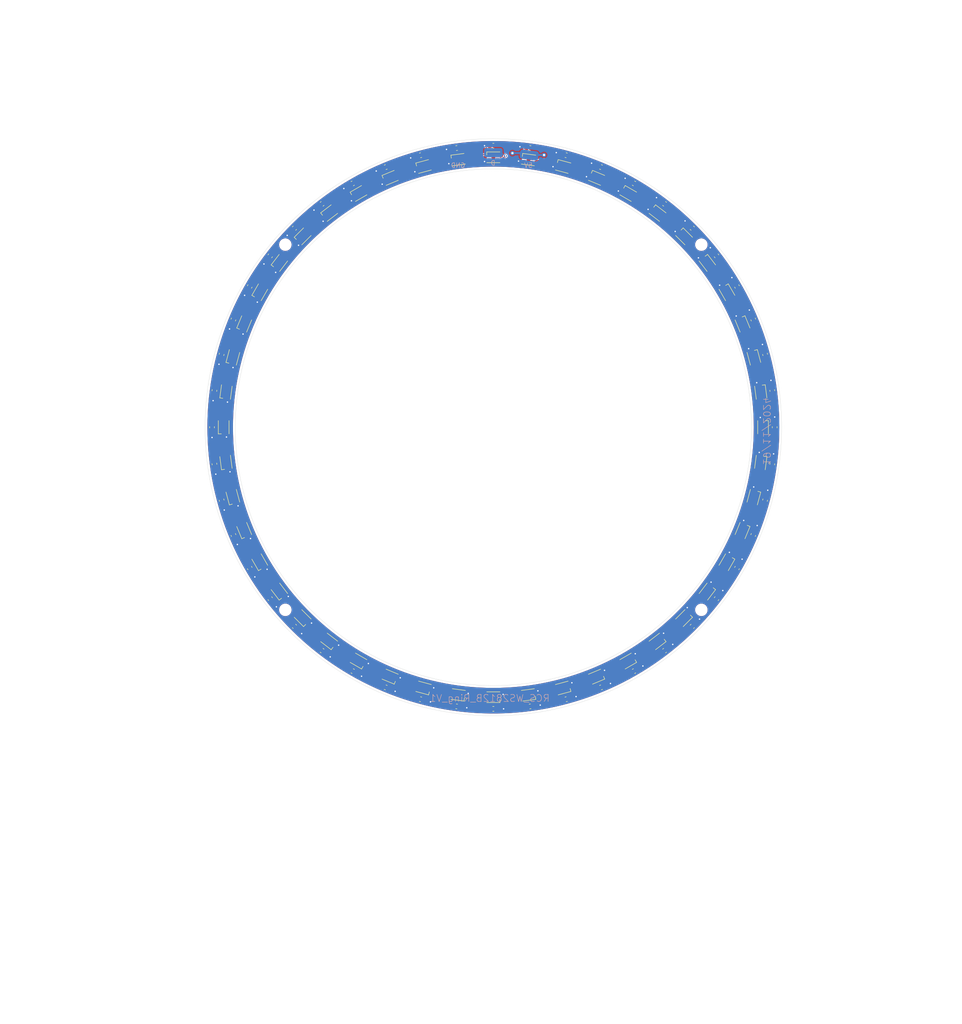
<source format=kicad_pcb>
(kicad_pcb (version 20240108) (generator "pcbnew") (generator_version "8.0")
  (layers (0 "F.Cu" signal) (31 "B.Cu" signal) (34 "B.Paste" user) (35 "F.Paste" user) (36 "B.SilkS" user "B.Silkscreen") (37 "F.SilkS" user "F.Silkscreen") (38 "B.Mask" user) (39 "F.Mask" user) (44 "Edge.Cuts" user))
  (net 0 "")
  (net 1 "GND")
  (net 2 "5V")
  (net 3 "Net-(D1-DOUT)")
  (net 4 "Net-(D1-DIN)")
  (net 5 "Net-(D2-DOUT)")
  (net 6 "Net-(D6-DOUT)")
  (net 7 "Net-(D7-DOUT)")
  (net 8 "Net-(D3-DOUT)")
  (net 9 "Net-(D8-DOUT)")
  (net 10 "Net-(D4-DOUT)")
  (net 11 "Net-(D5-DOUT)")
  (net 12 "Net-(D10-DIN)")
  (net 13 "Net-(D45-DOUT)")
  (net 14 "Net-(D46-DOUT)")
  (net 15 "Net-(D47-DOUT)")
  (net 16 "Net-(D10-DOUT)")
  (net 17 "Net-(D11-DOUT)")
  (net 18 "Net-(D12-DOUT)")
  (net 19 "Net-(D13-DOUT)")
  (net 20 "Net-(D14-DOUT)")
  (net 21 "Net-(D15-DOUT)")
  (net 22 "Net-(D16-DOUT)")
  (net 23 "Net-(D17-DOUT)")
  (net 24 "Net-(D18-DOUT)")
  (net 25 "Net-(D19-DOUT)")
  (net 26 "Net-(D20-DOUT)")
  (net 27 "Net-(D21-DOUT)")
  (net 28 "Net-(D22-DOUT)")
  (net 29 "Net-(D23-DOUT)")
  (net 30 "Net-(D24-DOUT)")
  (net 31 "Net-(D25-DOUT)")
  (net 32 "Net-(D26-DOUT)")
  (net 33 "Net-(D27-DOUT)")
  (net 34 "Net-(D28-DOUT)")
  (net 35 "Net-(D29-DOUT)")
  (net 36 "Net-(D30-DOUT)")
  (net 37 "Net-(D31-DOUT)")
  (net 38 "Net-(D32-DOUT)")
  (net 39 "Net-(D33-DOUT)")
  (net 40 "Net-(D34-DOUT)")
  (net 41 "Net-(D35-DOUT)")
  (net 42 "Net-(D36-DOUT)")
  (net 43 "Net-(D37-DOUT)")
  (net 44 "Net-(D38-DOUT)")
  (net 45 "Net-(D39-DOUT)")
  (net 46 "Net-(D40-DOUT)")
  (net 47 "Net-(D41-DOUT)")
  (net 48 "Net-(D42-DOUT)")
  (net 49 "Net-(D43-DOUT)")
  (net 50 "Net-(D44-DOUT)")
  (footprint "LED_SMD:LED_WS2812B-2020_PLCC4_2.0x2.0mm" (layer "F.Cu") (at -41.012193 -41.012193 45)
    (property "Reference" "D7" (hide yes))
    (property "Value" "WS2812B-2020")
  )
  (footprint "LED_SMD:LED_WS2812B-2020_PLCC4_2.0x2.0mm" (layer "F.Cu") (at 41.012193 41.012193 -135)
    (property "Reference" "D31" (hide yes))
    (property "Value" "WS2812B-2020")
  )
  (footprint "LED_SMD:LED_WS2812B-2020_PLCC4_2.0x2.0mm" (layer "F.Cu") (at 7.570519 57.503801 -172.5)
    (property "Reference" "D26" (hide yes))
    (property "Value" "WS2812B-2020")
  )
  (footprint "Capacitor_SMD:C_0603_1608Metric" (layer "F.Cu") (at 47.997877 36.830066 52.5)
    (property "Reference" "C32" (hide yes))
    (property "Value" "100n" (hide yes))
  )
  (footprint "LED_SMD:LED_WS2812B-2020_PLCC4_2.0x2.0mm" (layer "F.Cu") (at -56.023697 -15.011504 75)
    (property "Reference" "D11" (hide yes))
    (property "Value" "WS2812B-2020")
  )
  (footprint "LED_SMD:LED_WS2812B-2020_PLCC4_2.0x2.0mm" (layer "F.Cu") (at -57.503801 -7.570519 82.5)
    (property "Reference" "D12" (hide yes))
    (property "Value" "WS2812B-2020")
  )
  (footprint "LED_SMD:LED_WS2812B-2020_PLCC4_2.0x2.0mm" (layer "F.Cu") (at 29 -50.229473 -30)
    (property "Reference" "D45" (hide yes))
    (property "Value" "WS2812B-2020")
  )
  (footprint "Capacitor_SMD:C_0603_1608Metric" (layer "F.Cu") (at 7.896834 -59.982414 172.5)
    (property "Reference" "C48" (hide yes))
    (property "Value" "100n" (hide yes))
  )
  (footprint "LC_CustomFootprint:M2_NPTH_Hole" (layer "F.Cu") (at 44.734469 -39.231076)
    (property "Reference" "REF**" (hide yes))
    (property "Value" "M2_NPTH_Hole" (hide yes))
  )
  (footprint "Capacitor_SMD:C_0603_1608Metric" (layer "F.Cu") (at -55.894711 23.152347 -67.5)
    (property "Reference" "C16" (hide yes))
    (property "Value" "100n" (hide yes))
  )
  (footprint "Capacitor_SMD:C_0603_1608Metric" (layer "F.Cu") (at -58.438512 15.658552 -75)
    (property "Reference" "C15" (hide yes))
    (property "Value" "100n" (hide yes))
  )
  (footprint "LED_SMD:LED_WS2812B-2020_PLCC4_2.0x2.0mm" (layer "F.Cu") (at -15.011504 -56.023697 15)
    (property "Reference" "D3" (hide yes))
    (property "Value" "WS2812B-2020")
  )
  (footprint "Capacitor_SMD:C_0603_1608Metric" (layer "F.Cu") (at 15.658552 -58.438512 165)
    (property "Reference" "C47" (hide yes))
    (property "Value" "100n" (hide yes))
  )
  (footprint "Capacitor_SMD:C_0603_1608Metric" (layer "F.Cu") (at -52.394536 30.249999 -60)
    (property "Reference" "C17" (hide yes))
    (property "Value" "100n" (hide yes))
  )
  (footprint "LED_SMD:LED_WS2812B-2020_PLCC4_2.0x2.0mm" (layer "F.Cu") (at -22.195639 -53.585012 22.5)
    (property "Reference" "D4" (hide yes))
    (property "Value" "WS2812B-2020")
  )
  (footprint "LED_SMD:LED_WS2812B-2020_PLCC4_2.0x2.0mm" (layer "F.Cu") (at -28.999999 50.229473 150)
    (property "Reference" "D21" (hide yes))
    (property "Value" "WS2812B-2020")
  )
  (footprint "Capacitor_SMD:C_0603_1608Metric" (layer "F.Cu") (at -15.658552 58.438512 -15)
    (property "Reference" "C23" (hide yes))
    (property "Value" "100n" (hide yes))
  )
  (footprint "Capacitor_SMD:C_0603_1608Metric" (layer "F.Cu") (at 52.394536 30.25 60)
    (property "Reference" "C33" (hide yes))
    (property "Value" "100n" (hide yes))
  )
  (footprint "LED_SMD:LED_WS2812B-2020_PLCC4_2.0x2.0mm" (layer "F.Cu") (at -53.585012 -22.195639 67.5)
    (property "Reference" "D10" (hide yes))
    (property "Value" "WS2812B-2020")
  )
  (footprint "LED_SMD:LED_WS2812B-2020_PLCC4_2.0x2.0mm" (layer "F.Cu") (at 7.570519 -57.503801 -7.5)
    (property "Reference" "D48" (hide yes))
    (property "Value" "WS2812B-2020")
  )
  (footprint "Capacitor_SMD:C_0603_1608Metric" (layer "F.Cu") (at 42.77996 42.77996 45)
    (property "Reference" "C31" (hide yes))
    (property "Value" "100n" (hide yes))
  )
  (footprint "Capacitor_SMD:C_0603_1608Metric" (layer "F.Cu") (at 58.438512 15.658552 75)
    (property "Reference" "C35" (hide yes))
    (property "Value" "100n" (hide yes))
  )
  (footprint "LED_SMD:LED_WS2812B-2020_PLCC4_2.0x2.0mm" (layer "F.Cu") (at 57.503801 -7.570519 -82.5)
    (property "Reference" "D38" (hide yes))
    (property "Value" "WS2812B-2020")
  )
  (footprint "Capacitor_SMD:C_0603_1608Metric" (layer "F.Cu") (at 30.25 -52.394536 150)
    (property "Reference" "C45" (hide yes))
    (property "Value" "100n" (hide yes))
  )
  (footprint "LED_SMD:LED_WS2812B-2020_PLCC4_2.0x2.0mm" (layer "F.Cu") (at -53.585012 22.195639 112.5)
    (property "Reference" "D16" (hide yes))
    (property "Value" "WS2812B-2020")
  )
  (footprint "LED_SMD:LED_WS2812B-2020_PLCC4_2.0x2.0mm" (layer "F.Cu") (at -35.308162 46.014493 142.5)
    (property "Reference" "D20" (hide yes))
    (property "Value" "WS2812B-2020")
  )
  (footprint "LED_SMD:LED_WS2812B-2020_PLCC4_2.0x2.0mm" (layer "F.Cu") (at 41.012193 -41.012193 -45)
    (property "Reference" "D43" (hide yes))
    (property "Value" "WS2812B-2020")
  )
  (footprint "Capacitor_SMD:C_0603_1608Metric" (layer "F.Cu") (at 59.982414 -7.896834 97.5)
    (property "Reference" "C38" (hide yes))
    (property "Value" "100n" (hide yes))
  )
  (footprint "LED_SMD:LED_WS2812B-2020_PLCC4_2.0x2.0mm" (layer "F.Cu") (at 22.195639 53.585012 -157.5)
    (property "Reference" "D28" (hide yes))
    (property "Value" "WS2812B-2020")
  )
  (footprint "LED_SMD:LED_WS2812B-2020_PLCC4_2.0x2.0mm" (layer "F.Cu") (at -57.503801 7.570519 97.5)
    (property "Reference" "D14" (hide yes))
    (property "Value" "WS2812B-2020")
  )
  (footprint "LED_SMD:LED_WS2812B-2020_PLCC4_2.0x2.0mm" (layer "F.Cu") (at -7.570519 57.503801 172.5)
    (property "Reference" "D24" (hide yes))
    (property "Value" "WS2812B-2020")
  )
  (footprint "Capacitor_SMD:C_0603_1608Metric" (layer "F.Cu") (at -23.152347 -55.894711 -157.5)
    (property "Reference" "C4" (hide yes))
    (property "Value" "100n" (hide yes))
  )
  (footprint "Capacitor_SMD:C_0603_1608Metric" (layer "F.Cu") (at 23.152347 -55.894711 157.5)
    (property "Reference" "C46" (hide yes))
    (property "Value" "100n" (hide yes))
  )
  (footprint "LED_SMD:LED_WS2812B-2020_PLCC4_2.0x2.0mm" (layer "F.Cu") (at 29 50.229473 -150)
    (property "Reference" "D29" (hide yes))
    (property "Value" "WS2812B-2020")
  )
  (footprint "Capacitor_SMD:C_0603_1608Metric" (layer "F.Cu") (at 55.894711 -23.152347 112.5)
    (property "Reference" "C40" (hide yes))
    (property "Value" "100n" (hide yes))
  )
  (footprint "LED_SMD:LED_WS2812B-2020_PLCC4_2.0x2.0mm" (layer "F.Cu") (at -46.014493 35.308162 127.5)
    (property "Reference" "D18" (hide yes))
    (property "Value" "WS2812B-2020")
  )
  (footprint "Capacitor_SMD:C_0603_1608Metric" (layer "F.Cu") (at 15.658552 58.438512 15)
    (property "Reference" "C27" (hide yes))
    (property "Value" "100n" (hide yes))
  )
  (footprint "LC_CustomFootprint:M2_NPTH_Hole" (layer "F.Cu") (at -44.734469 -39.231076)
    (property "Reference" "REF**" (hide yes))
    (property "Value" "M2_NPTH_Hole" (hide yes))
  )
  (footprint "LED_SMD:LED_WS2812B-2020_PLCC4_2.0x2.0mm" (layer "F.Cu") (at 56.023697 15.011504 -105)
    (property "Reference" "D35" (hide yes))
    (property "Value" "WS2812B-2020")
  )
  (footprint "Capacitor_SMD:C_0603_1608Metric" (layer "F.Cu") (at 42.77996 -42.77996 135)
    (property "Reference" "C43" (hide yes))
    (property "Value" "100n" (hide yes))
  )
  (footprint "Capacitor_SMD:C_0603_1608Metric" (layer "F.Cu") (at 36.830066 -47.997877 142.5)
    (property "Reference" "C44" (hide yes))
    (property "Value" "100n" (hide yes))
  )
  (footprint "Capacitor_SMD:C_0603_1608Metric" (layer "F.Cu") (at -42.77996 -42.77996 -135)
    (property "Reference" "C7" (hide yes))
    (property "Value" "100n" (hide yes))
  )
  (footprint "LED_SMD:LED_WS2812B-2020_PLCC4_2.0x2.0mm" (layer "F.Cu") (at 15.011504 56.023697 -165)
    (property "Reference" "D27" (hide yes))
    (property "Value" "WS2812B-2020")
  )
  (footprint "Capacitor_SMD:C_0603_1608Metric" (layer "F.Cu") (at -52.394536 -30.25 -120)
    (property "Reference" "C9" (hide yes))
    (property "Value" "100n" (hide yes))
  )
  (footprint "LED_SMD:LED_WS2812B-2020_PLCC4_2.0x2.0mm" (layer "F.Cu") (at -56.023697 15.011504 105)
    (property "Reference" "D15" (hide yes))
    (property "Value" "WS2812B-2020")
  )
  (footprint "Capacitor_SMD:C_0603_1608Metric" (layer "F.Cu") (at -59.982414 7.896834 -82.5)
    (property "Reference" "C14" (hide yes))
    (property "Value" "100n" (hide yes))
  )
  (footprint "LED_SMD:LED_WS2812B-2020_PLCC4_2.0x2.0mm" (layer "F.Cu") (at 0 58 180)
    (property "Reference" "D25" (hide yes))
    (property "Value" "WS2812B-2020")
  )
  (footprint "LED_SMD:LED_WS2812B-2020_PLCC4_2.0x2.0mm" (layer "F.Cu") (at 22.195639 -53.585012 -22.5)
    (property "Reference" "D46" (hide yes))
    (property "Value" "WS2812B-2020")
  )
  (footprint "Capacitor_SMD:C_0603_1608Metric" (layer "F.Cu") (at -23.152347 55.894711 -22.5)
    (property "Reference" "C22" (hide yes))
    (property "Value" "100n" (hide yes))
  )
  (footprint "Capacitor_SMD:C_0603_1608Metric" (layer "F.Cu") (at 23.152347 55.894711 22.5)
    (property "Reference" "C28" (hide yes))
    (property "Value" "100n" (hide yes))
  )
  (footprint "Capacitor_SMD:C_0603_1608Metric" (layer "F.Cu") (at -58.438512 -15.658552 -105)
    (property "Reference" "C11" (hide yes))
    (property "Value" "100n" (hide yes))
  )
  (footprint "LED_SMD:LED_WS2812B-2020_PLCC4_2.0x2.0mm" (layer "F.Cu") (at 50.229473 29 -120)
    (property "Reference" "D33" (hide yes))
    (property "Value" "WS2812B-2020")
  )
  (footprint "Capacitor_SMD:C_0603_1608Metric" (layer "F.Cu") (at 52.394536 -30.25 120)
    (property "Reference" "C41" (hide yes))
    (property "Value" "100n" (hide yes))
  )
  (footprint "Capacitor_SMD:C_0603_1608Metric" (layer "F.Cu") (at -36.830066 -47.997877 -142.5)
    (property "Reference" "C6" (hide yes))
    (property "Value" "100n" (hide yes))
  )
  (footprint "LED_SMD:LED_WS2812B-2020_PLCC4_2.0x2.0mm" (layer "F.Cu") (at -15.011504 56.023697 165)
    (property "Reference" "D23" (hide yes))
    (property "Value" "WS2812B-2020")
  )
  (footprint "LED_SMD:LED_WS2812B-2020_PLCC4_2.0x2.0mm" (layer "F.Cu") (at -28.999999 -50.229473 30)
    (property "Reference" "D5" (hide yes))
    (property "Value" "WS2812B-2020")
  )
  (footprint "LED_SMD:LED_WS2812B-2020_PLCC4_2.0x2.0mm" (layer "F.Cu") (at -22.195639 53.585012 157.5)
    (property "Reference" "D22" (hide yes))
    (property "Value" "WS2812B-2020")
  )
  (footprint "Capacitor_SMD:C_0603_1608Metric" (layer "F.Cu") (at 0 -60.5 180)
    (property "Reference" "C1" (hide yes))
    (property "Value" "100n" (hide yes))
  )
  (footprint "Capacitor_SMD:C_0603_1608Metric" (layer "F.Cu") (at -59.982414 -7.896834 -97.5)
    (property "Reference" "C12" (hide yes))
    (property "Value" "100n" (hide yes))
  )
  (footprint "Capacitor_SMD:C_0603_1608Metric" (layer "F.Cu") (at 55.894711 23.152347 67.5)
    (property "Reference" "C34" (hide yes))
    (property "Value" "100n" (hide yes))
  )
  (footprint "Capacitor_SMD:C_0603_1608Metric" (layer "F.Cu") (at 0 60.5)
    (property "Reference" "C25" (hide yes))
    (property "Value" "100n" (hide yes))
  )
  (footprint "LED_SMD:LED_WS2812B-2020_PLCC4_2.0x2.0mm" (layer "F.Cu") (at -58 0 90)
    (property "Reference" "D13" (hide yes))
    (property "Value" "WS2812B-2020")
  )
  (footprint "LED_SMD:LED_WS2812B-2020_PLCC4_2.0x2.0mm" (layer "F.Cu") (at -50.229473 -29 60)
    (property "Reference" "D9" (hide yes))
    (property "Value" "WS2812B-2020")
  )
  (footprint "Capacitor_SMD:C_0603_1608Metric" (layer "F.Cu") (at -47.997877 -36.830066 -127.5)
    (property "Reference" "C8" (hide yes))
    (property "Value" "100n" (hide yes))
  )
  (footprint "Capacitor_SMD:C_0603_1608Metric" (layer "F.Cu") (at -47.997877 36.830066 -52.5)
    (property "Reference" "C18" (hide yes))
    (property "Value" "100n" (hide yes))
  )
  (footprint "LED_SMD:LED_WS2812B-2020_PLCC4_2.0x2.0mm" (layer "F.Cu") (at 58 0 -90)
    (property "Reference" "D37" (hide yes))
    (property "Value" "WS2812B-2020")
  )
  (footprint "Capacitor_SMD:C_0603_1608Metric" (layer "F.Cu") (at 36.830066 47.997877 37.5)
    (property "Reference" "C30" (hide yes))
    (property "Value" "100n" (hide yes))
  )
  (footprint "LED_SMD:LED_WS2812B-2020_PLCC4_2.0x2.0mm" (layer "F.Cu") (at 0 -58)
    (property "Reference" "D1" (hide yes))
    (property "Value" "WS2812B-2020")
  )
  (footprint "LED_SMD:LED_WS2812B-2020_PLCC4_2.0x2.0mm" (layer "F.Cu") (at 53.585012 -22.195639 -67.5)
    (property "Reference" "D40" (hide yes))
    (property "Value" "WS2812B-2020")
  )
  (footprint "LED_SMD:LED_WS2812B-2020_PLCC4_2.0x2.0mm" (layer "F.Cu") (at -7.570519 -57.503801 7.5)
    (property "Reference" "D2" (hide yes))
    (property "Value" "WS2812B-2020")
  )
  (footprint "LED_SMD:LED_WS2812B-2020_PLCC4_2.0x2.0mm" (layer "F.Cu") (at -35.308162 -46.014493 37.5)
    (property "Reference" "D6" (hide yes))
    (property "Value" "WS2812B-2020")
  )
  (footprint "Capacitor_SMD:C_0603_1608Metric" (layer "F.Cu") (at -30.249999 52.394536 -30)
    (property "Reference" "C21" (hide yes))
    (property "Value" "100n" (hide yes))
  )
  (footprint "Capacitor_SMD:C_0603_1608Metric" (layer "F.Cu") (at 59.982414 7.896834 82.5)
    (property "Reference" "C36" (hide yes))
    (property "Value" "100n" (hide yes))
  )
  (footprint "Capacitor_SMD:C_0603_1608Metric" (layer "F.Cu") (at -60.5 0 -90)
    (property "Reference" "C13" (hide yes))
    (property "Value" "100n" (hide yes))
  )
  (footprint "Capacitor_SMD:C_0603_1608Metric" (layer "F.Cu") (at -7.896834 -59.982414 -172.5)
    (property "Reference" "C2" (hide yes))
    (property "Value" "100n" (hide yes))
  )
  (footprint "LED_SMD:LED_WS2812B-2020_PLCC4_2.0x2.0mm" (layer "F.Cu") (at -50.229473 28.999999 120)
    (property "Reference" "D17" (hide yes))
    (property "Value" "WS2812B-2020")
  )
  (footprint "Capacitor_SMD:C_0603_1608Metric" (layer "F.Cu") (at 30.25 52.394536 30)
    (property "Reference" "C29" (hide yes))
    (property "Value" "100n" (hide yes))
  )
  (footprint "Capacitor_SMD:C_0603_1608Metric" (layer "F.Cu") (at -55.894711 -23.152347 -112.5)
    (property "Reference" "C10" (hide yes))
    (property "Value" "100n" (hide yes))
  )
  (footprint "LED_SMD:LED_WS2812B-2020_PLCC4_2.0x2.0mm" (layer "F.Cu") (at 46.014493 -35.308162 -52.5)
    (property "Reference" "D42" (hide yes))
    (property "Value" "WS2812B-2020")
  )
  (footprint "LED_SMD:LED_WS2812B-2020_PLCC4_2.0x2.0mm" (layer "F.Cu") (at -41.012193 41.012193 135)
    (property "Reference" "D19" (hide yes))
    (property "Value" "WS2812B-2020")
  )
  (footprint "LED_SMD:LED_WS2812B-2020_PLCC4_2.0x2.0mm" (layer "F.Cu") (at 56.023697 -15.011504 -75)
    (property "Reference" "D39" (hide yes))
    (property "Value" "WS2812B-2020")
  )
  (footprint "Capacitor_SMD:C_0603_1608Metric" (layer "F.Cu") (at -15.658552 -58.438512 -165)
    (property "Reference" "C3" (hide yes))
    (property "Value" "100n" (hide yes))
  )
  (footprint "LED_SMD:LED_WS2812B-2020_PLCC4_2.0x2.0mm" (layer "F.Cu") (at 50.229473 -29 -60)
    (property "Reference" "D41" (hide yes))
    (property "Value" "WS2812B-2020")
  )
  (footprint "LED_SMD:LED_WS2812B-2020_PLCC4_2.0x2.0mm" (layer "F.Cu") (at 35.308162 46.014493 -142.5)
    (property "Reference" "D30" (hide yes))
    (property "Value" "WS2812B-2020")
  )
  (footprint "LED_SMD:LED_WS2812B-2020_PLCC4_2.0x2.0mm" (layer "F.Cu") (at -46.014493 -35.308162 52.5)
    (property "Reference" "D8" (hide yes))
    (property "Value" "WS2812B-2020")
  )
  (footprint "LC_CustomFootprint:M2_NPTH_Hole" (layer "F.Cu") (at 44.734469 39.231076)
    (property "Reference" "REF**" (hide yes))
    (property "Value" "M2_NPTH_Hole" (hide yes))
  )
  (footprint "Capacitor_SMD:C_0603_1608Metric" (layer "F.Cu") (at -30.249999 -52.394536 -150)
    (property "Reference" "C5" (hide yes))
    (property "Value" "100n" (hide yes))
  )
  (footprint "Capacitor_SMD:C_0603_1608Metric" (layer "F.Cu") (at -7.896834 59.982414 -7.5)
    (property "Reference" "C24" (hide yes))
    (property "Value" "100n" (hide yes))
  )
  (footprint "LC_CustomFootprint:M2_NPTH_Hole" (layer "F.Cu") (at -44.734469 39.231076)
    (property "Reference" "REF**" (hide yes))
    (property "Value" "M2_NPTH_Hole" (hide yes))
  )
  (footprint "LED_SMD:LED_WS2812B-2020_PLCC4_2.0x2.0mm" (layer "F.Cu") (at 57.503801 7.570519 -97.5)
    (property "Reference" "D36" (hide yes))
    (property "Value" "WS2812B-2020")
  )
  (footprint "Capacitor_SMD:C_0603_1608Metric" (layer "F.Cu") (at 60.5 0 90)
    (property "Reference" "C37" (hide yes))
    (property "Value" "100n" (hide yes))
  )
  (footprint "Capacitor_SMD:C_0603_1608Metric" (layer "F.Cu") (at -42.77996 42.77996 -45)
    (property "Reference" "C19" (hide yes))
    (property "Value" "100n" (hide yes))
  )
  (footprint "LED_SMD:LED_WS2812B-2020_PLCC4_2.0x2.0mm" (layer "F.Cu") (at 15.011504 -56.023697 -15)
    (property "Reference" "D47" (hide yes))
    (property "Value" "WS2812B-2020")
  )
  (footprint "Capacitor_SMD:C_0603_1608Metric" (layer "F.Cu") (at 58.438512 -15.658552 105)
    (property "Reference" "C39" (hide yes))
    (property "Value" "100n" (hide yes))
  )
  (footprint "LED_SMD:LED_WS2812B-2020_PLCC4_2.0x2.0mm" (layer "F.Cu") (at 53.585012 22.195639 -112.5)
    (property "Reference" "D34" (hide yes))
    (property "Value" "WS2812B-2020")
  )
  (footprint "LED_SMD:LED_WS2812B-2020_PLCC4_2.0x2.0mm" (layer "F.Cu") (at 35.308162 -46.014493 -37.5)
    (property "Reference" "D44" (hide yes))
    (property "Value" "WS2812B-2020")
  )
  (footprint "LED_SMD:LED_WS2812B-2020_PLCC4_2.0x2.0mm" (layer "F.Cu") (at 46.014493 35.308162 -127.5)
    (property "Reference" "D32" (hide yes))
    (property "Value" "WS2812B-2020")
  )
  (footprint "Capacitor_SMD:C_0603_1608Metric" (layer "F.Cu") (at 47.997877 -36.830066 127.5)
    (property "Reference" "C42" (hide yes))
    (property "Value" "100n" (hide yes))
  )
  (footprint "Capacitor_SMD:C_0603_1608Metric" (layer "F.Cu") (at 7.896834 59.982414 7.5)
    (property "Reference" "C26" (hide yes))
    (property "Value" "100n" (hide yes))
  )
  (footprint "Capacitor_SMD:C_0603_1608Metric" (layer "F.Cu") (at -36.830066 47.997877 -37.5)
    (property "Reference" "C20" (hide yes))
    (property "Value" "100n" (hide yes))
  )
  (footprint "LC_CustomFootprint:PAD_WS2812B_RING" (layer "B.Cu") (at 7.701045 -58.495247 -97.5)
    (property "Reference" "J2" (hide yes))
    (property "Value" "Conn_01x01_Pin" (hide yes))
  )
  (footprint "LC_CustomFootprint:PAD_WS2812B_RING" (layer "B.Cu") (at 0 -59 -90)
    (property "Reference" "J3" (hide yes))
    (property "Value" "Conn_01x01_Pin" (hide yes))
  )
  (footprint "LC_CustomFootprint:PAD_WS2812B_RING" (layer "B.Cu") (at -7.701045 -58.49525 -82.5)
    (property "Reference" "J1" (hide yes))
    (property "Value" "Conn_01x01_Pin" (hide yes))
  )
  (gr_circle (center 0 0) (end 55.5 0) (stroke (width 0.05)) (fill none) (layer "Edge.Cuts"))
  (gr_circle (center 0 0) (end 62 0) (stroke (width 0.05)) (fill none) (layer "Edge.Cuts"))
  (gr_text "5V" (at 8.5 -55.7 0) (layer "B.SilkS") (effects (font (size 1 1) (thickness 0.1)) (justify left bottom mirror)))
  (gr_text "D" (at 0.5 -56.2 0) (layer "B.SilkS") (effects (font (size 1 1) (thickness 0.1)) (justify left bottom mirror)))
  (gr_text "RCS_WS2812B_Ring_V1" (at 12.2 59.1 0) (layer "B.SilkS") (effects (font (size 1.5 1.5) (thickness 0.1)) (justify left bottom mirror)))
  (gr_text "GND" (at -6 -55.7 0) (layer "B.SilkS") (effects (font (size 1 1) (thickness 0.1)) (justify left bottom mirror)))
  (gr_text "19/11/2024" (at 57.9 8.2 270) (layer "B.SilkS") (effects (font (size 1.5 1.5) (thickness 0.1)) (justify left bottom mirror)))
  (segment (start 52.726724 -22.830513) (end 52.319438 -23.813789) (width 0.2) (layer "F.Cu") (net 1))
  (segment (start 8.405902 56.839076) (end 9.461087 56.700158) (width 0.2) (layer "F.Cu") (net 1))
  (segment (start 23.868355 55.598133) (end 25.184881 55.05281) (width 0.2) (layer "F.Cu") (net 1))
  (segment (start 56.839076 -8.405902) (end 56.700158 -9.461087) (width 0.2) (layer "F.Cu") (net 1))
  (segment (start -59.881257 8.665205) (end -59.695257 10.078012) (width 0.2) (layer "F.Cu") (net 1))
  (segment (start -57.077939 -6.591558) (end -57.216857 -5.536373) (width 0.2) (layer "F.Cu") (net 1))
  (segment (start -42.231953 43.327969) (end -41.224327 44.335595) (width 0.2) (layer "F.Cu") (net 1))
  (segment (start -46.135166 -34.247426) (end -46.783065 -33.403068) (width 0.2) (layer "F.Cu") (net 1))
  (segment (start -58.237929 16.407145) (end -57.869112 17.783587) (width 0.2) (layer "F.Cu") (net 1))
  (segment (start 29.578831 -52.782038) (end 28.344747 -53.494537) (width 0.2) (layer "F.Cu") (net 1))
  (segment (start 35.699262 45.021133) (end 36.54362 44.373234) (width 0.2) (layer "F.Cu") (net 1))
  (segment (start 30.92117 52.007038) (end 32.155254 51.294539) (width 0.2) (layer "F.Cu") (net 1))
  (segment (start -8.405902 -56.839076) (end -9.461087 -56.700158) (width 0.2) (layer "F.Cu") (net 1))
  (segment (start 42.231953 -43.327969) (end 41.224327 -44.335595) (width 0.2) (layer "F.Cu") (net 1))
  (segment (start -39.976282 41.270287) (end -39.223715 42.022854) (width 0.2) (layer "F.Cu") (net 1))
  (segment (start 6.591558 -57.077939) (end 5.536373 -57.216857) (width 0.2) (layer "F.Cu") (net 1))
  (segment (start -37.444916 -47.526088) (end -38.575443 -46.658604) (width 0.2) (layer "F.Cu") (net 1))
  (segment (start 41.270287 39.976282) (end 41.270287 39.787418) (width 0.2) (layer "F.Cu") (net 1))
  (segment (start -50.210659 -27.932587) (end -50.742804 -27.010885) (width 0.2) (layer "F.Cu") (net 1))
  (segment (start -1.009016 -57.1) (end -0.874909 -57.234107) (width 0.2) (layer "F.Cu") (net 1))
  (segment (start -55.255619 15.752976) (end -54.98016 16.781001) (width 0.2) (layer "F.Cu") (net 1))
  (segment (start -22.436341 56.191292) (end -21.119815 56.736615) (width 0.2) (layer "F.Cu") (net 1))
  (segment (start -14.90996 58.639098) (end -13.533518 59.007915) (width 0.2) (layer "F.Cu") (net 1))
  (segment (start 36.215218 -48.469668) (end 35.084691 -49.337152) (width 0.2) (layer "F.Cu") (net 1))
  (segment (start -29.517413 -49.295659) (end -30.439115 -48.763514) (width 0.2) (layer "F.Cu") (net 1))
  (segment (start -47.526088 37.444916) (end -46.658604 38.575443) (width 0.2) (layer "F.Cu") (net 1))
  (segment (start -53.427034 -21.139813) (end -53.83432 -20.156537) (width 0.2) (layer "F.Cu") (net 1))
  (segment (start 0.915 57.45) (end 1.97929 57.45) (width 0.2) (layer "F.Cu") (net 1))
  (segment (start 49.295659 -29.517413) (end 48.763514 -30.439115) (width 0.2) (layer "F.Cu") (net 1))
  (segment (start -52.782038 -29.578831) (end -53.494537 -28.344747) (width 0.2) (layer "F.Cu") (net 1))
  (segment (start 47.526088 -37.444916) (end 46.658604 -38.575443) (width 0.2) (layer "F.Cu") (net 1))
  (segment (start -6.591558 57.077939) (end -5.536373 57.216857) (width 0.2) (layer "F.Cu") (net 1))
  (segment (start -44.55954 35.890459) (end -44.1 36.35) (width 0.2) (layer "F.Cu") (net 1))
  (segment (start 8.665205 59.881257) (end 10.078012 59.695257) (width 0.2) (layer "F.Cu") (net 1))
  (segment (start -13.985332 55.729258) (end -12.957307 56.004717) (width 0.2) (layer "F.Cu") (net 1))
  (segment (start -7.128465 60.083573) (end -5.715658 60.269573) (width 0.2) (layer "F.Cu") (net 1))
  (segment (start -60.500001 0.775) (end -60.500001 2.199998) (width 0.2) (layer "F.Cu") (net 1))
  (segment (start -48.469668 -36.215218) (end -49.337152 -35.084691) (width 0.2) (layer "F.Cu") (net 1))
  (segment (start -36.215218 48.469668) (end -35.084691 49.337152) (width 0.2) (layer "F.Cu") (net 1))
  (segment (start 21.139813 -53.427034) (end 20.156537 -53.83432) (width 0.2) (layer "F.Cu") (net 1))
  (segment (start -8.665205 -59.881257) (end -10.078012 -59.695257) (width 0.2) (layer "F.Cu") (net 1))
  (segment (start 55.255619 -15.752976) (end 54.98016 -16.781001) (width 0.2) (layer "F.Cu") (net 1))
  (segment (start 48.469668 36.215218) (end 49.337152 35.084691) (width 0.2) (layer "F.Cu") (net 1))
  (segment (start -43.327969 -42.231953) (end -44.335595 -41.224327) (width 0.2) (layer "F.Cu") (net 1))
  (segment (start 57.077939 6.591558) (end 57.216857 5.536373) (width 0.2) (layer "F.Cu") (net 1))
  (segment (start 52.007038 -30.92117) (end 51.294539 -32.155254) (width 0.2) (layer "F.Cu") (net 1))
  (segment (start -41.444638 -39.555363) (end -41.9 -39.1) (width 0.2) (layer "F.Cu") (net 1))
  (segment (start 44.644896 -35.855104) (end 44.1 -36.4) (width 0.2) (layer "F.Cu") (net 1))
  (segment (start -56.839076 8.405902) (end -56.700158 9.461087) (width 0.2) (layer "F.Cu") (net 1))
  (segment (start 55.598133 -23.868355) (end 55.05281 -25.184881) (width 0.2) (layer "F.Cu") (net 1))
  (segment (start 52.782038 29.578831) (end 53.494537 28.344747) (width 0.2) (layer "F.Cu") (net 1))
  (segment (start 15.752976 55.255619) (end 16.781001 54.98016) (width 0.2) (layer "F.Cu") (net 1))
  (segment (start 43.327969 42.231953) (end 44.335595 41.224327) (width 0.2) (layer "F.Cu") (net 1))
  (segment (start 53.427034 21.139813) (end 53.83432 20.156537) (width 0.2) (layer "F.Cu") (net 1))
  (segment (start -58.639098 -14.90996) (end -59.007915 -13.533518) (width 0.2) (layer "F.Cu") (net 1))
  (segment (start -55.729258 -13.985332) (end -56.004717 -12.957307) (width 0.2) (layer "F.Cu") (net 1))
  (segment (start -34.247426 46.135166) (end -33.403068 46.783065) (width 0.2) (layer "F.Cu") (net 1))
  (segment (start -15.752976 -55.255619) (end -16.781001 -54.98016) (width 0.2) (layer "F.Cu") (net 1))
  (segment (start 58.639098 14.90996) (end 59.007915 13.533518) (width 0.2) (layer "F.Cu") (net 1))
  (segment (start -29.578831 52.782038) (end -28.344747 53.494537) (width 0.2) (layer "F.Cu") (net 1))
  (segment (start 57.45 -0.915) (end 57.45 -1.97929) (width 0.2) (layer "F.Cu") (net 1))
  (segment (start 60.083573 7.128465) (end 60.269573 5.715658) (width 0.2) (layer "F.Cu") (net 1))
  (segment (start 50.210659 27.932587) (end 50.742804 27.010885) (width 0.2) (layer "F.Cu") (net 1))
  (segment (start -21.139813 53.427034) (end -20.156537 53.83432) (width 0.2) (layer "F.Cu") (net 1))
  (segment (start 16.407145 58.237929) (end 17.783587 57.869112) (width 0.2) (layer "F.Cu") (net 1))
  (segment (start 7.128465 -60.083573) (end 5.715658 -60.269573) (width 0.2) (layer "F.Cu") (net 1))
  (segment (start -1.9 -57.1) (end -1.009016 -57.1) (width 0.2) (layer "F.Cu") (net 1))
  (segment (start 29.517413 49.295659) (end 30.439115 48.763514) (width 0.2) (layer "F.Cu") (net 1))
  (segment (start 22.436341 -56.191292) (end 21.119815 -56.736615) (width 0.2) (layer "F.Cu") (net 1))
  (segment (start 14.90996 -58.639098) (end 13.533518 -59.007915) (width 0.2) (layer "F.Cu") (net 1))
  (segment (start 13.985332 -55.729258) (end 12.957307 -56.004717) (width 0.2) (layer "F.Cu") (net 1))
  (segment (start -49.295659 29.517413) (end -48.763514 30.439115) (width 0.2) (layer "F.Cu") (net 1))
  (segment (start 56.191292 22.436341) (end 56.736615 21.119815) (width 0.2) (layer "F.Cu") (net 1))
  (segment (start 37.444916 47.526088) (end 38.575443 46.658604) (width 0.2) (layer "F.Cu") (net 1))
  (segment (start 46.135166 34.247426) (end 46.783065 33.403068) (width 0.2) (layer "F.Cu") (net 1))
  (segment (start 34.247426 -46.135166) (end 33.403068 -46.783065) (width 0.2) (layer "F.Cu") (net 1))
  (segment (start -60.083573 -7.128465) (end -60.269573 -5.715658) (width 0.2) (layer "F.Cu") (net 1))
  (segment (start -23.868355 -55.598133) (end -25.184881 -55.05281) (width 0.2) (layer "F.Cu") (net 1))
  (segment (start -16.407145 -58.237929) (end -17.783587 -57.869112) (width 0.2) (layer "F.Cu") (net 1))
  (segment (start 39.976282 -41.270287) (end 39.223715 -42.022854) (width 0.2) (layer "F.Cu") (net 1))
  (segment (start -22.830513 -52.726724) (end -23.813789 -52.319438) (width 0.2) (layer "F.Cu") (net 1))
  (segment (start 27.932587 -50.210659) (end 27.010885 -50.742804) (width 0.2) (layer "F.Cu") (net 1))
  (segment (start 60.500001 -0.775) (end 60.500001 -2.199998) (width 0.2) (layer "F.Cu") (net 1))
  (segment (start -52.007038 30.92117) (end -51.294539 32.155254) (width 0.2) (layer "F.Cu") (net 1))
  (segment (start -35.699262 -45.021133) (end -36.54362 -44.373234) (width 0.2) (layer "F.Cu") (net 1))
  (segment (start -27.932587 50.210659) (end -27.010885 50.742804) (width 0.2) (layer "F.Cu") (net 1))
  (segment (start -1.9 -60.500001) (end -0.775 -60.500001) (width 0.2) (layer "F.Cu") (net 1))
  (segment (start 22.830513 52.726724) (end 23.813789 52.319438) (width 0.2) (layer "F.Cu") (net 1))
  (segment (start -52.726724 22.830513) (end -52.319438 23.813789) (width 0.2) (layer "F.Cu") (net 1))
  (segment (start -56.191292 -22.436341) (end -56.736615 -21.119815) (width 0.2) (layer "F.Cu") (net 1))
  (segment (start 59.881257 -8.665205) (end 59.695257 -10.078012) (width 0.2) (layer "F.Cu") (net 1))
  (segment (start -55.598133 23.868355) (end -55.05281 25.184881) (width 0.2) (layer "F.Cu") (net 1))
  (segment (start -30.92117 -52.007038) (end -32.155254 -51.294539) (width 0.2) (layer "F.Cu") (net 1))
  (segment (start -57.45 0.915) (end -57.45 1.97929) (width 0.2) (layer "F.Cu") (net 1))
  (segment (start 0.775 60.500001) (end 2.199998 60.500001) (width 0.2) (layer "F.Cu") (net 1))
  (segment (start 58.237929 -16.407145) (end 57.869112 -17.783587) (width 0.2) (layer "F.Cu") (net 1))
  (segment (start 55.729258 13.985332) (end 56.004717 12.957307) (width 0.2) (layer "F.Cu") (net 1))
  (via (at -5.410169 57.18304) (size 0.6) (drill 0.3) (layers "F.Cu" "B.Cu") (net 1))
  (via (at 53.494537 28.344744) (size 0.6) (drill 0.3) (layers "F.Cu" "B.Cu") (net 1))
  (via (at -39.103005 42.072853) (size 0.6) (drill 0.3) (layers "F.Cu" "B.Cu") (net 1))
  (via (at -26.881347 50.759858) (size 0.6) (drill 0.3) (layers "F.Cu" "B.Cu") (net 1))
  (via (at 30.518653 48.659858) (size 0.6) (drill 0.3) (layers "F.Cu" "B.Cu") (net 1))
  (via (at -53.494537 -28.344744) (size 0.6) (drill 0.3) (layers "F.Cu" "B.Cu") (net 1))
  (via (at -1.9 -60.500001) (size 0.6) (drill 0.3) (layers "F.Cu" "B.Cu") (net 1))
  (via (at 17.783589 57.869111) (size 0.6) (drill 0.3) (layers "F.Cu" "B.Cu") (net 1))
  (via (at -59.007914 -13.533515) (size 0.6) (drill 0.3) (layers "F.Cu" "B.Cu") (net 1))
  (via (at -28.344744 53.494537) (size 0.6) (drill 0.3) (layers "F.Cu" "B.Cu") (net 1))
  (via (at -16.884657 -54.900622) (size 0.6) (drill 0.3) (layers "F.Cu" "B.Cu") (net 1))
  (via (at 25.184883 55.052808) (size 0.6) (drill 0.3) (layers "F.Cu" "B.Cu") (net 1))
  (via (at -52.22705 23.906176) (size 0.6) (drill 0.3) (layers "F.Cu" "B.Cu") (net 1))
  (via (at 51.294537 -32.155256) (size 0.6) (drill 0.3) (layers "F.Cu" "B.Cu") (net 1))
  (via (at 35.084689 -49.337152) (size 0.6) (drill 0.3) (layers "F.Cu" "B.Cu") (net 1))
  (via (at -10.078013 -59.695256) (size 0.6) (drill 0.3) (layers "F.Cu" "B.Cu") (net 1))
  (via (at 60.5 -2.2) (size 0.6) (drill 0.3) (layers "F.Cu" "B.Cu") (net 1))
  (via (at 36.608948 44.260083) (size 0.6) (drill 0.3) (layers "F.Cu" "B.Cu") (net 1))
  (via (at 46.816881 33.276864) (size 0.6) (drill 0.3) (layers "F.Cu" "B.Cu") (net 1))
  (via (at -13.533515 59.007914) (size 0.6) (drill 0.3) (layers "F.Cu" "B.Cu") (net 1))
  (via (at -46.816881 -33.276864) (size 0.6) (drill 0.3) (layers "F.Cu" "B.Cu") (net 1))
  (via (at 57.869111 -17.783589) (size 0.6) (drill 0.3) (layers "F.Cu" "B.Cu") (net 1))
  (via (at 54.900622 -16.884657) (size 0.6) (drill 0.3) (layers "F.Cu" "B.Cu") (net 1))
  (via (at 21.119813 -56.736615) (size 0.6) (drill 0.3) (layers "F.Cu" "B.Cu") (net 1))
  (via (at -1.9 -57.1) (size 0.6) (drill 0.3) (layers "F.Cu" "B.Cu") (net 1))
  (via (at 50.759858 26.881347) (size 0.6) (drill 0.3) (layers "F.Cu" "B.Cu") (net 1))
  (via (at 5.410169 -57.18304) (size 0.6) (drill 0.3) (layers "F.Cu" "B.Cu") (net 1))
  (via (at 5.715656 -60.269572) (size 0.6) (drill 0.3) (layers "F.Cu" "B.Cu") (net 1))
  (via (at -56.63483 9.574238) (size 0.6) (drill 0.3) (layers "F.Cu" "B.Cu") (net 1))
  (via (at -50.759858 -26.881347) (size 0.6) (drill 0.3) (layers "F.Cu" "B.Cu") (net 1))
  (via (at -57.869111 17.783589) (size 0.6) (drill 0.3) (layers "F.Cu" "B.Cu") (net 1))
  (via (at 13.533515 -59.007914) (size 0.6) (drill 0.3) (layers "F.Cu" "B.Cu") (net 1))
  (via (at 59.007914 13.533515) (size 0.6) (drill 0.3) (layers "F.Cu" "B.Cu") (net 1))
  (via (at -5.715656 60.269572) (size 0.6) (drill 0.3) (layers "F.Cu" "B.Cu") (net 1))
  (via (at -51.294537 32.155256) (size 0.6) (drill 0.3) (layers "F.Cu" "B.Cu") (net 1))
  (via (at -48.659858 30.518653) (size 0.6) (drill 0.3) (layers "F.Cu" "B.Cu") (net 1))
  (via (at 32.155256 51.294537) (size 0.6) (drill 0.3) (layers "F.Cu" "B.Cu") (net 1))
  (via (at 44.1 -36.4) (size 0.6) (drill 0.3) (layers "F.Cu" "B.Cu") (net 1))
  (via (at 56.63483 -9.574238) (size 0.6) (drill 0.3) (layers "F.Cu" "B.Cu") (net 1))
  (via (at 41.7 38.75) (size 0.6) (drill 0.3) (layers "F.Cu" "B.Cu") (net 1))
  (via (at 38.575444 46.658602) (size 0.6) (drill 0.3) (layers "F.Cu" "B.Cu") (net 1))
  (via (at 49.337152 35.084689) (size 0.6) (drill 0.3) (layers "F.Cu" "B.Cu") (net 1))
  (via (at 53.83432 20.025882) (size 0.6) (drill 0.3) (layers "F.Cu" "B.Cu") (net 1))
  (via (at 16.884657 54.900622) (size 0.6) (drill 0.3) (layers "F.Cu" "B.Cu") (net 1))
  (via (at 57.4 -2.1) (size 0.6) (drill 0.3) (layers "F.Cu" "B.Cu") (net 1))
  (via (at -57.18304 -5.410169) (size 0.6) (drill 0.3) (layers "F.Cu" "B.Cu") (net 1))
  (via (at -44.335595 -41.224325) (size 0.6) (drill 0.3) (layers "F.Cu" "B.Cu") (net 1))
  (via (at 52.22705 -23.906176) (size 0.6) (drill 0.3) (layers "F.Cu" "B.Cu") (net 1))
  (via (at 55.052808 -25.184883) (size 0.6) (drill 0.3) (layers "F.Cu" "B.Cu") (net 1))
  (via (at 26.881347 -50.759858) (size 0.6) (drill 0.3) (layers "F.Cu" "B.Cu") (net 1))
  (via (at -35.084689 49.337152) (size 0.6) (drill 0.3) (layers "F.Cu" "B.Cu") (net 1))
  (via (at -55.987662 -12.827769) (size 0.6) (drill 0.3) (layers "F.Cu" "B.Cu") (net 1))
  (via (at -60.269572 -5.715656) (size 0.6) (drill 0.3) (layers "F.Cu" "B.Cu") (net 1))
  (via (at -38.575444 -46.658602) (size 0.6) (drill 0.3) (layers "F.Cu" "B.Cu") (net 1))
  (via (at 59.695256 -10.078013) (size 0.6) (drill 0.3) (layers "F.Cu" "B.Cu") (net 1))
  (via (at -30.518653 -48.659858) (size 0.6) (drill 0.3) (layers "F.Cu" "B.Cu") (net 1))
  (via (at -60.5 2.2) (size 0.6) (drill 0.3) (layers "F.Cu" "B.Cu") (net 1))
  (via (at 46.658602 -38.575444) (size 0.6) (drill 0.3) (layers "F.Cu" "B.Cu") (net 1))
  (via (at 2.1 57.4) (size 0.6) (drill 0.3) (layers "F.Cu" "B.Cu") (net 1))
  (via (at -56.736615 -21.119813) (size 0.6) (drill 0.3) (layers "F.Cu" "B.Cu") (net 1))
  (via (at 55.987662 12.827769) (size 0.6) (drill 0.3) (layers "F.Cu" "B.Cu") (net 1))
  (via (at 56.736615 21.119813) (size 0.6) (drill 0.3) (layers "F.Cu" "B.Cu") (net 1))
  (via (at -54.900622 16.884657) (size 0.6) (drill 0.3) (layers "F.Cu" "B.Cu") (net 1))
  (via (at 23.906176 52.22705) (size 0.6) (drill 0.3) (layers "F.Cu" "B.Cu") (net 1))
  (via (at -23.906176 -52.22705) (size 0.6) (drill 0.3) (layers "F.Cu" "B.Cu") (net 1))
  (via (at -12.827769 55.987662) (size 0.6) (drill 0.3) (layers "F.Cu" "B.Cu") (net 1))
  (via (at -33.276864 46.816881) (size 0.6) (drill 0.3) (layers "F.Cu" "B.Cu") (net 1))
  (via (at 28.344744 -53.494537) (size 0.6) (drill 0.3) (layers "F.Cu" "B.Cu") (net 1))
  (via (at -59.695256 10.078013) (size 0.6) (drill 0.3) (layers "F.Cu" "B.Cu") (net 1))
  (via (at -20.025882 53.83432) (size 0.6) (drill 0.3) (layers "F.Cu" "B.Cu") (net 1))
  (via (at -32.155256 -51.294537) (size 0.6) (drill 0.3) (layers "F.Cu" "B.Cu") (net 1))
  (via (at -53.83432 -20.025882) (size 0.6) (drill 0.3) (layers "F.Cu" "B.Cu") (net 1))
  (via (at 39.103005 -42.072853) (size 0.6) (drill 0.3) (layers "F.Cu" "B.Cu") (net 1))
  (via (at 48.659858 -30.518653) (size 0.6) (drill 0.3) (layers "F.Cu" "B.Cu") (net 1))
  (via (at 33.276864 -46.816881) (size 0.6) (drill 0.3) (layers "F.Cu" "B.Cu") (net 1))
  (via (at 10.078013 59.695256) (size 0.6) (drill 0.3) (layers "F.Cu" "B.Cu") (net 1))
  (via (at -41.224325 44.335595) (size 0.6) (drill 0.3) (layers "F.Cu" "B.Cu") (net 1))
  (via (at 41.224325 -44.335595) (size 0.6) (drill 0.3) (layers "F.Cu" "B.Cu") (net 1))
  (via (at -17.783589 -57.869111) (size 0.6) (drill 0.3) (layers "F.Cu" "B.Cu") (net 1))
  (via (at -41.9 -39.1) (size 0.6) (drill 0.3) (layers "F.Cu" "B.Cu") (net 1))
  (via (at -46.658602 38.575444) (size 0.6) (drill 0.3) (layers "F.Cu" "B.Cu") (net 1))
  (via (at -9.574238 -56.63483) (size 0.6) (drill 0.3) (layers "F.Cu" "B.Cu") (net 1))
  (via (at 20.025882 -53.83432) (size 0.6) (drill 0.3) (layers "F.Cu" "B.Cu") (net 1))
  (via (at -21.119813 56.736615) (size 0.6) (drill 0.3) (layers "F.Cu" "B.Cu") (net 1))
  (via (at -36.608948 -44.260083) (size 0.6) (drill 0.3) (layers "F.Cu" "B.Cu") (net 1))
  (via (at 12.827769 -55.987662) (size 0.6) (drill 0.3) (layers "F.Cu" "B.Cu") (net 1))
  (via (at 9.574238 56.63483) (size 0.6) (drill 0.3) (layers "F.Cu" "B.Cu") (net 1))
  (via (at -44.1 36.35) (size 0.6) (drill 0.3) (layers "F.Cu" "B.Cu") (net 1))
  (via (at 2.2 60.5) (size 0.6) (drill 0.3) (layers "F.Cu" "B.Cu") (net 1))
  (via (at -25.184883 -55.052808) (size 0.6) (drill 0.3) (layers "F.Cu" "B.Cu") (net 1))
  (via (at -55.052808 25.184883) (size 0.6) (drill 0.3) (layers "F.Cu" "B.Cu") (net 1))
  (via (at -57.4 2.1) (size 0.6) (drill 0.3) (layers "F.Cu" "B.Cu") (net 1))
  (via (at 57.18304 5.410169) (size 0.6) (drill 0.3) (layers "F.Cu" "B.Cu") (net 1))
  (via (at -49.337152 -35.084689) (size 0.6) (drill 0.3) (layers "F.Cu" "B.Cu") (net 1))
  (via (at 44.335595 41.224325) (size 0.6) (drill 0.3) (layers "F.Cu" "B.Cu") (net 1))
  (via (at 60.269572 5.715656) (size 0.6) (drill 0.3) (layers "F.Cu" "B.Cu") (net 1))
  (arc (start 45.021132 -35.699262) (mid 44.817515 -35.739764) (end 44.644896 -35.855104) (width 0.2) (layer "F.Cu") (net 1))
  (arc (start -41.270287 -39.976282) (mid -41.315599 -39.748482) (end -41.444638 -39.555363) (width 0.2) (layer "F.Cu") (net 1))
  (arc (start -0.874909 -57.234107) (mid -0.904215 -57.340495) (end -0.915 -57.45) (width 0.2) (layer "F.Cu") (net 1))
  (arc (start 41.270287 39.787418) (mid 41.381966 39.225972) (end 41.7 38.75) (width 0.2) (layer "F.Cu") (net 1))
  (arc (start -45.021132 35.699262) (mid -44.77132 35.748953) (end -44.55954 35.890459) (width 0.2) (layer "F.Cu") (net 1))
  (segment (start 0.915 -58.59345) (end 0.915 -58.55) (width 0.2) (layer "F.Cu") (net 2))
  (segment (start 1.151765 -58.830215) (end 0.915 -58.59345) (width 0.2) (layer "F.Cu") (net 2))
  (via (at 10.9 -58.5) (size 1) (drill 0.5) (layers "F.Cu" "B.Cu") (net 2))
  (via (at 4.1 -58.9) (size 1) (drill 0.5) (layers "F.Cu" "B.Cu") (net 2))
  (segment (start 7.701045 -58.495247) (end 10.888526 -58.495247) (width 0.5) (layer "B.Cu") (net 2))
  (segment (start 10.888526 -58.495247) (end 10.9 -58.5) (width 0.5) (layer "B.Cu") (net 2))
  (segment (start 6.723885 -58.9) (end 4.1 -58.9) (width 0.5) (layer "B.Cu") (net 2))
  (arc (start 7.701045 -58.495247) (mid 7.25272 -58.794808) (end 6.723885 -58.9) (width 0.5) (layer "B.Cu") (net 2))
  (segment (start -0.915 -58.55) (end -3.037686 -58.55) (width 0.2) (layer "F.Cu") (net 3))
  (arc (start -3.037686 -58.55) (mid -4.961028 -58.167423) (end -6.591558 -57.077938) (width 0.2) (layer "F.Cu") (net 3))
  (segment (start 2.6 -58.3) (end 2.340435 -58.040435) (width 0.2) (layer "F.Cu") (net 4))
  (via (at 2.6 -58.3) (size 0.6) (drill 0.3) (layers "F.Cu" "B.Cu") (net 4))
  (arc (start 2.340435 -58.040435) (mid 1.68644 -57.603449) (end 0.915 -57.45) (width 0.2) (layer "F.Cu") (net 4))
  (segment (start 0 -59) (end 0.910051 -59) (width 0.2) (layer "B.Cu") (net 4))
  (arc (start 0.910051 -59) (mid 1.824645 -58.818076) (end 2.6 -58.3) (width 0.2) (layer "B.Cu") (net 4))
  (segment (start -8.549481 -57.929665) (end -10.654007 -57.652599) (width 0.2) (layer "F.Cu") (net 5))
  (arc (start -10.654007 -57.652599) (mid -12.510958 -57.022249) (end -13.985332 -55.729257) (width 0.2) (layer "F.Cu") (net 5))
  (segment (start -36.3689 -45.893821) (end -38.05294 -44.601612) (width 0.2) (layer "F.Cu") (net 6))
  (arc (start -38.05294 -44.601612) (mid -39.345932 -43.127237) (end -39.976282 -41.270287) (width 0.2) (layer "F.Cu") (net 6))
  (segment (start -42.146895 -40.652168) (end -42.248022 -40.532986) (width 0.2) (layer "F.Cu") (net 7))
  (segment (start -43.856751 -36.863642) (end -45.021132 -35.699262) (width 0.2) (layer "F.Cu") (net 7))
  (segment (start -42.483269 -40.163904) (end -42.550846 -40.016377) (width 0.2) (layer "F.Cu") (net 7))
  (segment (start -42.248022 -40.532986) (end -42.331532 -40.419603) (width 0.2) (layer "F.Cu") (net 7))
  (segment (start -42.331532 -40.419603) (end -42.416924 -40.28596) (width 0.2) (layer "F.Cu") (net 7))
  (segment (start -42.416924 -40.28596) (end -42.483269 -40.163904) (width 0.2) (layer "F.Cu") (net 7))
  (segment (start -42.048104 -40.754099) (end -42.146895 -40.652168) (width 0.2) (layer "F.Cu") (net 7))
  (arc (start -42.550846 -40.016377) (mid -42.89024 -38.310129) (end -43.856751 -36.863642) (width 0.2) (layer "F.Cu") (net 7))
  (segment (start -16.037677 -56.318138) (end -18.088034 -55.768746) (width 0.2) (layer "F.Cu") (net 8))
  (arc (start -18.088035 -55.768746) (mid -19.846822 -54.901407) (end -21.139814 -53.427033) (width 0.2) (layer "F.Cu") (net 8))
  (segment (start -47.007855 -34.917063) (end -48.300064 -33.233023) (width 0.2) (layer "F.Cu") (net 9))
  (arc (start -48.300064 -33.233023) (mid -49.167401 -31.474235) (end -49.295659 -29.517412) (width 0.2) (layer "F.Cu") (net 9))
  (segment (start -23.251465 -53.742991) (end -25.212571 -52.930674) (width 0.2) (layer "F.Cu") (net 10))
  (arc (start -25.21257 -52.930674) (mid -26.843101 -51.841188) (end -27.932586 -50.210659) (width 0.2) (layer "F.Cu") (net 10))
  (segment (start -30.067413 -50.248287) (end -31.905713 -49.186944) (width 0.2) (layer "F.Cu") (net 11))
  (arc (start -31.905713 -49.186945) (mid -33.380088 -47.893952) (end -34.247426 -46.135166) (width 0.2) (layer "F.Cu") (net 11))
  (segment (start -51.163287 -28.482587) (end -52.22463 -26.644287) (width 0.2) (layer "F.Cu") (net 12))
  (arc (start -52.224631 -26.644287) (mid -52.85498 -24.787335) (end -52.726724 -22.830512) (width 0.2) (layer "F.Cu") (net 12))
  (segment (start 28.482587 -51.163287) (end 26.644287 -52.22463) (width 0.2) (layer "F.Cu") (net 13))
  (arc (start 26.644304 -52.224616) (mid 24.787352 -52.854966) (end 22.830529 -52.726709) (width 0.2) (layer "F.Cu") (net 13))
  (segment (start 21.560765 -54.443302) (end 19.599659 -55.255619) (width 0.2) (layer "F.Cu") (net 14))
  (arc (start 19.599641 -55.255616) (mid 17.676298 -55.638192) (end 15.752957 -55.255616) (width 0.2) (layer "F.Cu") (net 14))
  (segment (start 14.270033 -56.791777) (end 12.219676 -57.341169) (width 0.2) (layer "F.Cu") (net 15))
  (arc (start 12.219677 -57.341168) (mid 10.262853 -57.469424) (end 8.405902 -56.839075) (width 0.2) (layer "F.Cu") (net 15))
  (segment (start -54.443302 -21.560765) (end -55.255619 -19.599659) (width 0.2) (layer "F.Cu") (net 16))
  (arc (start -55.255619 -19.599659) (mid -55.638195 -17.676317) (end -55.255619 -15.752975) (width 0.2) (layer "F.Cu") (net 16))
  (segment (start -56.791777 -14.270033) (end -57.341169 -12.219676) (width 0.2) (layer "F.Cu") (net 17))
  (arc (start -57.341168 -12.219676) (mid -57.469424 -10.262852) (end -56.839075 -8.405901) (width 0.2) (layer "F.Cu") (net 17))
  (segment (start -58.168528 -6.735137) (end -58.445594 -4.630611) (width 0.2) (layer "F.Cu") (net 18))
  (arc (start -58.445595 -4.630611) (mid -58.317337 -2.673787) (end -57.45 -0.915) (width 0.2) (layer "F.Cu") (net 18))
  (segment (start -58.55 0.915) (end -58.55 3.037686) (width 0.2) (layer "F.Cu") (net 19))
  (arc (start -58.55 3.037686) (mid -58.167423 4.961028) (end -57.077938 6.591558) (width 0.2) (layer "F.Cu") (net 19))
  (segment (start -57.929665 8.549481) (end -57.652599 10.654007) (width 0.2) (layer "F.Cu") (net 20))
  (arc (start -57.652599 10.654007) (mid -57.022249 12.510958) (end -55.729257 13.985332) (width 0.2) (layer "F.Cu") (net 20))
  (segment (start -56.318138 16.037677) (end -55.768746 18.088034) (width 0.2) (layer "F.Cu") (net 21))
  (arc (start -55.768746 18.088035) (mid -54.901407 19.846822) (end -53.427033 21.139814) (width 0.2) (layer "F.Cu") (net 21))
  (segment (start -53.742991 23.251465) (end -52.930674 25.212571) (width 0.2) (layer "F.Cu") (net 22))
  (arc (start -52.930674 25.21257) (mid -51.841188 26.843101) (end -50.210659 27.932586) (width 0.2) (layer "F.Cu") (net 22))
  (segment (start -50.248287 30.067413) (end -49.186944 31.905713) (width 0.2) (layer "F.Cu") (net 23))
  (arc (start -49.186945 31.905713) (mid -47.893952 33.380088) (end -46.135166 34.247426) (width 0.2) (layer "F.Cu") (net 23))
  (segment (start -45.662407 36.57813) (end -45.543742 36.66553) (width 0.2) (layer "F.Cu") (net 24))
  (segment (start -45.787141 36.472292) (end -45.662407 36.57813) (width 0.2) (layer "F.Cu") (net 24))
  (segment (start -43.806879 37.43969) (end -41.270287 39.976282) (width 0.2) (layer "F.Cu") (net 24))
  (segment (start -45.276131 36.824335) (end -45.121732 36.89506) (width 0.2) (layer "F.Cu") (net 24))
  (segment (start -45.543742 36.66553) (end -45.403873 36.7549) (width 0.2) (layer "F.Cu") (net 24))
  (segment (start -45.403873 36.7549) (end -45.276131 36.824335) (width 0.2) (layer "F.Cu") (net 24))
  (segment (start -45.893821 36.368899) (end -45.787141 36.472292) (width 0.2) (layer "F.Cu") (net 24))
  (arc (start -45.121732 36.89506) (mid -44.410139 37.036605) (end -43.806879 37.43969) (width 0.2) (layer "F.Cu") (net 24))
  (segment (start -40.754099 42.048105) (end -39.253133 43.549071) (width 0.2) (layer "F.Cu") (net 25))
  (arc (start -39.253134 43.54907) (mid -37.622603 44.638555) (end -35.699262 45.021132) (width 0.2) (layer "F.Cu") (net 25))
  (segment (start -34.917063 47.007855) (end -33.233023 48.300064) (width 0.2) (layer "F.Cu") (net 26))
  (arc (start -33.233023 48.300064) (mid -31.474235 49.167401) (end -29.517412 49.295659) (width 0.2) (layer "F.Cu") (net 26))
  (segment (start -28.482587 51.163287) (end -26.644287 52.22463) (width 0.2) (layer "F.Cu") (net 27))
  (arc (start -26.644287 52.224631) (mid -24.787335 52.85498) (end -22.830512 52.726724) (width 0.2) (layer "F.Cu") (net 27))
  (segment (start -21.560765 54.443302) (end -19.599659 55.255619) (width 0.2) (layer "F.Cu") (net 28))
  (arc (start -19.599659 55.255619) (mid -17.676317 55.638195) (end -15.752975 55.255619) (width 0.2) (layer "F.Cu") (net 28))
  (segment (start -14.270033 56.791777) (end -12.219676 57.341169) (width 0.2) (layer "F.Cu") (net 29))
  (arc (start -12.219676 57.341168) (mid -10.262852 57.469424) (end -8.405901 56.839075) (width 0.2) (layer "F.Cu") (net 29))
  (segment (start -6.735137 58.168528) (end -4.630611 58.445594) (width 0.2) (layer "F.Cu") (net 30))
  (arc (start -4.630611 58.445595) (mid -2.673787 58.317337) (end -0.915 57.45) (width 0.2) (layer "F.Cu") (net 30))
  (segment (start 0.915 58.55) (end 3.037686 58.55) (width 0.2) (layer "F.Cu") (net 31))
  (arc (start 3.037686 58.55) (mid 4.961028 58.167423) (end 6.591558 57.077938) (width 0.2) (layer "F.Cu") (net 31))
  (segment (start 8.549481 57.929665) (end 10.654007 57.652599) (width 0.2) (layer "F.Cu") (net 32))
  (arc (start 10.654036 57.652681) (mid 12.510987 57.022331) (end 13.985362 55.72934) (width 0.2) (layer "F.Cu") (net 32))
  (segment (start 16.037677 56.318138) (end 18.088034 55.768746) (width 0.2) (layer "F.Cu") (net 33))
  (arc (start 18.088026 55.768743) (mid 19.846814 54.901404) (end 21.139805 53.42703) (width 0.2) (layer "F.Cu") (net 33))
  (segment (start 23.251465 53.742991) (end 25.212571 52.930674) (width 0.2) (layer "F.Cu") (net 34))
  (arc (start 25.212517 52.930659) (mid 26.843048 51.841173) (end 27.932533 50.210643) (width 0.2) (layer "F.Cu") (net 34))
  (segment (start 30.067413 50.248287) (end 31.905713 49.186944) (width 0.2) (layer "F.Cu") (net 35))
  (arc (start 31.905707 49.186937) (mid 33.380082 47.893944) (end 34.247419 46.135157) (width 0.2) (layer "F.Cu") (net 35))
  (segment (start 36.3689 45.893821) (end 38.05294 44.601612) (width 0.2) (layer "F.Cu") (net 36))
  (arc (start 38.052886 44.601695) (mid 39.345878 43.127319) (end 39.976228 41.270369) (width 0.2) (layer "F.Cu") (net 36))
  (segment (start 42.050397 40.613851) (end 42.063019 40.459917) (width 0.2) (layer "F.Cu") (net 37))
  (segment (start 42.048104 40.754099) (end 42.050397 40.613851) (width 0.2) (layer "F.Cu") (net 37))
  (segment (start 43.196419 37.523975) (end 45.021132 35.699262) (width 0.2) (layer "F.Cu") (net 37))
  (segment (start 42.063019 40.459917) (end 42.065254 40.254849) (width 0.2) (layer "F.Cu") (net 37))
  (arc (start 42.065254 40.254849) (mid 42.359234 38.776911) (end 43.196419 37.523975) (width 0.2) (layer "F.Cu") (net 37))
  (segment (start 47.007855 34.917063) (end 48.300064 33.233023) (width 0.2) (layer "F.Cu") (net 38))
  (arc (start 48.300015 33.232993) (mid 49.167353 31.474205) (end 49.29561 29.517382) (width 0.2) (layer "F.Cu") (net 38))
  (segment (start 51.163287 28.482587) (end 52.22463 26.644287) (width 0.2) (layer "F.Cu") (net 39))
  (arc (start 52.224556 26.644292) (mid 52.854905 24.787341) (end 52.726649 22.830518) (width 0.2) (layer "F.Cu") (net 39))
  (segment (start 54.443302 21.560765) (end 55.255619 19.599659) (width 0.2) (layer "F.Cu") (net 40))
  (arc (start 55.255664 19.599595) (mid 55.63824 17.676252) (end 55.255664 15.752911) (width 0.2) (layer "F.Cu") (net 40))
  (segment (start 56.791777 14.270033) (end 57.341169 12.219676) (width 0.2) (layer "F.Cu") (net 41))
  (arc (start 57.341219 12.219698) (mid 57.469476 10.262874) (end 56.839126 8.405924) (width 0.2) (layer "F.Cu") (net 41))
  (segment (start 58.168528 6.735137) (end 58.445594 4.630611) (width 0.2) (layer "F.Cu") (net 42))
  (arc (start 58.445652 4.630569) (mid 58.317394 2.673745) (end 57.450057 0.914958) (width 0.2) (layer "F.Cu") (net 42))
  (segment (start 58.55 -0.915) (end 58.55 -3.037686) (width 0.2) (layer "F.Cu") (net 43))
  (arc (start 58.550023 -3.037741) (mid 58.167446 -4.961083) (end 57.077961 -6.591613) (width 0.2) (layer "F.Cu") (net 43))
  (segment (start 57.929665 -8.549481) (end 57.652599 -10.654007) (width 0.2) (layer "F.Cu") (net 44))
  (arc (start 57.652624 -10.654059) (mid 57.022273 -12.51101) (end 55.729282 -13.985384) (width 0.2) (layer "F.Cu") (net 44))
  (segment (start 56.318138 -16.037677) (end 55.768746 -18.088034) (width 0.2) (layer "F.Cu") (net 45))
  (arc (start 55.768797 -18.088054) (mid 54.901459 -19.846841) (end 53.427085 -21.139833) (width 0.2) (layer "F.Cu") (net 45))
  (segment (start 53.742991 -23.251465) (end 52.930674 -25.212571) (width 0.2) (layer "F.Cu") (net 46))
  (arc (start 52.930689 -25.212543) (mid 51.841203 -26.843073) (end 50.210674 -27.932559) (width 0.2) (layer "F.Cu") (net 46))
  (segment (start 50.248287 -30.067413) (end 49.186944 -31.905713) (width 0.2) (layer "F.Cu") (net 47))
  (arc (start 49.187004 -31.905731) (mid 47.894011 -33.380106) (end 46.135225 -34.247444) (width 0.2) (layer "F.Cu") (net 47))
  (segment (start 45.520429 -36.688048) (end 45.392755 -36.772109) (width 0.2) (layer "F.Cu") (net 48))
  (segment (start 45.893821 -36.368899) (end 45.773099 -36.485738) (width 0.2) (layer "F.Cu") (net 48))
  (segment (start 45.773099 -36.485738) (end 45.655903 -36.58585) (width 0.2) (layer "F.Cu") (net 48))
  (segment (start 45.655903 -36.58585) (end 45.520429 -36.688048) (width 0.2) (layer "F.Cu") (net 48))
  (segment (start 43.76707 -37.4795) (end 41.270287 -39.976282) (width 0.2) (layer "F.Cu") (net 48))
  (segment (start 45.24343 -36.857724) (end 45.108053 -36.924046) (width 0.2) (layer "F.Cu") (net 48))
  (segment (start 45.392755 -36.772109) (end 45.24343 -36.857724) (width 0.2) (layer "F.Cu") (net 48))
  (arc (start 45.108053 -36.924046) (mid 44.382318 -37.068404) (end 43.76707 -37.4795) (width 0.2) (layer "F.Cu") (net 48))
  (segment (start 40.754099 -42.048105) (end 39.253133 -43.549071) (width 0.2) (layer "F.Cu") (net 49))
  (arc (start 39.253141 -43.5491) (mid 37.62261 -44.638586) (end 35.699269 -45.021162) (width 0.2) (layer "F.Cu") (net 49))
  (segment (start 34.917063 -47.007855) (end 33.233023 -48.300064) (width 0.2) (layer "F.Cu") (net 50))
  (arc (start 33.233028 -48.300044) (mid 31.47424 -49.167381) (end 29.517417 -49.295639) (width 0.2) (layer "F.Cu") (net 50))
  (zone (net 2) (net_name "5V") (layer "F.Cu") (connect_pads yes (clearance 0.13)) (min_thickness 0.13) (fill yes (thermal_gap 0.5) (thermal_bridge_width 0.5))
    (polygon (pts (xy -94.4 -87.4) (xy 84.4 -86.1) (xy 85.4 104.9) (xy -92.5 90.5)))
  )
  (zone (net 1) (net_name "GND") (layer "B.Cu") (priority 1) (connect_pads yes (clearance 0.13)) (min_thickness 0.13) (fill yes (thermal_gap 0.5) (thermal_bridge_width 0.5))
    (polygon (pts (xy -98.7 -91.8) (xy 95.3 -90.5) (xy 100.8 128.2) (xy -106.1 121.5)))
  )
)
</source>
